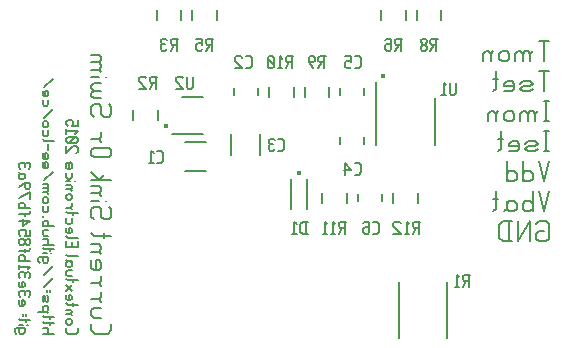
<source format=gbo>
G04 start of page 10 for group -4078 idx -4078 *
G04 Title: Current - Sink or Swim, bottomsilk *
G04 Creator: pcb 1.99z *
G04 CreationDate: Tue 14 Apr 2015 12:04:08 AM GMT UTC *
G04 For: eelco *
G04 Format: Gerber/RS-274X *
G04 PCB-Dimensions (mil): 3937.01 3937.01 *
G04 PCB-Coordinate-Origin: lower left *
%MOIN*%
%FSLAX25Y25*%
%LNBOTTOMSILK*%
%ADD90C,0.0157*%
%ADD89C,0.0081*%
%ADD88C,0.0083*%
%ADD87C,0.0079*%
G54D87*X278340Y217041D02*X280000D01*
X279170Y210401D02*Y217041D01*
X278340Y210401D02*X280000D01*
X273028D02*X275518D01*
X273028D02*X272198Y211231D01*
X273028Y212061D02*X272198Y211231D01*
X273028Y212061D02*X275518D01*
X276348Y212891D02*X275518Y212061D01*
X276348Y212891D02*X275518Y213721D01*
X273028D02*X275518D01*
X273028D02*X272198Y212891D01*
X276348Y211231D02*X275518Y210401D01*
X266886D02*X269376D01*
X270206Y211231D02*X269376Y210401D01*
X270206Y211231D02*Y212891D01*
X269376Y213721D01*
X267716D02*X269376D01*
X267716D02*X266886Y212891D01*
Y212061D02*X270206D01*
X266886D02*Y212891D01*
X264064Y211231D02*Y217041D01*
Y211231D02*X263234Y210401D01*
Y214551D02*X264894D01*
X278340Y227041D02*X280000D01*
X279170Y220401D02*Y227041D01*
X278340Y220401D02*X280000D01*
X275518D02*Y222891D01*
X274688Y223721D01*
X273858D02*X274688D01*
X273858D02*X273028Y222891D01*
Y220401D02*Y222891D01*
X272198Y223721D01*
X271368D02*X272198D01*
X271368D02*X270538Y222891D01*
Y220401D02*Y222891D01*
X276348Y223721D02*X275518Y222891D01*
X268546Y221231D02*Y222891D01*
X267716Y223721D01*
X266056D02*X267716D01*
X266056D02*X265226Y222891D01*
Y221231D02*Y222891D01*
X266056Y220401D02*X265226Y221231D01*
X266056Y220401D02*X267716D01*
X268546Y221231D02*X267716Y220401D01*
X262404D02*Y222891D01*
X261574Y223721D01*
X260744D02*X261574D01*
X260744D02*X259914Y222891D01*
Y220401D02*Y222891D01*
X263234Y223721D02*X262404Y222891D01*
X276680Y237041D02*X280000D01*
X278340Y230401D02*Y237041D01*
X271368Y230401D02*X273858D01*
X271368D02*X270538Y231231D01*
X271368Y232061D02*X270538Y231231D01*
X271368Y232061D02*X273858D01*
X274688Y232891D02*X273858Y232061D01*
X274688Y232891D02*X273858Y233721D01*
X271368D02*X273858D01*
X271368D02*X270538Y232891D01*
X274688Y231231D02*X273858Y230401D01*
X265226D02*X267716D01*
X268546Y231231D02*X267716Y230401D01*
X268546Y231231D02*Y232891D01*
X267716Y233721D01*
X266056D02*X267716D01*
X266056D02*X265226Y232891D01*
Y232061D02*X268546D01*
X265226D02*Y232891D01*
X262404Y231231D02*Y237041D01*
Y231231D02*X261574Y230401D01*
Y234551D02*X263234D01*
X276680Y247041D02*X280000D01*
X278340Y240401D02*Y247041D01*
X273858Y240401D02*Y242891D01*
X273028Y243721D01*
X272198D02*X273028D01*
X272198D02*X271368Y242891D01*
Y240401D02*Y242891D01*
X270538Y243721D01*
X269708D02*X270538D01*
X269708D02*X268878Y242891D01*
Y240401D02*Y242891D01*
X274688Y243721D02*X273858Y242891D01*
X266886Y241231D02*Y242891D01*
X266056Y243721D01*
X264396D02*X266056D01*
X264396D02*X263566Y242891D01*
Y241231D02*Y242891D01*
X264396Y240401D02*X263566Y241231D01*
X264396Y240401D02*X266056D01*
X266886Y241231D02*X266056Y240401D01*
X260744D02*Y242891D01*
X259914Y243721D01*
X259084D02*X259914D01*
X259084D02*X258254Y242891D01*
Y240401D02*Y242891D01*
X261574Y243721D02*X260744Y242891D01*
X276680Y187041D02*X275850Y186211D01*
X276680Y187041D02*X279170D01*
X280000Y186211D02*X279170Y187041D01*
X280000Y181231D02*Y186211D01*
Y181231D02*X279170Y180401D01*
X276680D02*X279170D01*
X276680D02*X275850Y181231D01*
Y182891D01*
X276680Y183721D02*X275850Y182891D01*
X276680Y183721D02*X278340D01*
X273858Y180401D02*Y187041D01*
X269708Y180401D01*
Y187041D01*
X266886Y180401D02*Y187041D01*
X264728D02*X263566Y185879D01*
Y181563D02*Y185879D01*
X264728Y180401D02*X263566Y181563D01*
X264728Y180401D02*X267716D01*
X264728Y187041D02*X267716D01*
X280000Y197041D02*X278340Y190401D01*
X276680Y197041D01*
X274688Y190401D02*Y197041D01*
Y191231D02*X273858Y190401D01*
X272198D02*X273858D01*
X272198D02*X271368Y191231D01*
Y192891D01*
X272198Y193721D02*X271368Y192891D01*
X272198Y193721D02*X273858D01*
X274688Y192891D02*X273858Y193721D01*
X266886D02*X266056Y192891D01*
X266886Y193721D02*X268546D01*
X269376Y192891D02*X268546Y193721D01*
X269376Y191231D02*Y192891D01*
Y191231D02*X268546Y190401D01*
X266056Y191231D02*Y193721D01*
Y191231D02*X265226Y190401D01*
X266886D02*X268546D01*
X266886D02*X266056Y191231D01*
X262404D02*Y197041D01*
Y191231D02*X261574Y190401D01*
Y194551D02*X263234D01*
X280000Y207041D02*X278340Y200401D01*
X276680Y207041D01*
X271368Y200401D02*Y207041D01*
X272198Y200401D02*X271368Y201231D01*
X272198Y200401D02*X273858D01*
X274688Y201231D02*X273858Y200401D01*
X274688Y201231D02*Y202891D01*
X273858Y203721D01*
X272198D02*X273858D01*
X272198D02*X271368Y202891D01*
X266056Y200401D02*Y207041D01*
X266886Y200401D02*X266056Y201231D01*
X266886Y200401D02*X268546D01*
X269376Y201231D02*X268546Y200401D01*
X269376Y201231D02*Y202891D01*
X268546Y203721D01*
X266886D02*X268546D01*
X266886D02*X266056Y202891D01*
X127527Y150768D02*Y152926D01*
X128689Y149606D02*X127527Y150768D01*
X128689Y149606D02*X133005D01*
X134167Y150768D01*
Y152926D01*
X128357Y154918D02*X130847D01*
X128357D02*X127527Y155748D01*
Y157408D01*
X128357Y158238D01*
X130847D01*
X127527Y161060D02*X130017D01*
X130847Y161890D01*
Y163550D01*
Y160230D02*X130017Y161060D01*
X127527Y166372D02*X130017D01*
X130847Y167202D01*
Y168862D01*
Y165542D02*X130017Y166372D01*
X127527Y171684D02*Y174174D01*
X128357Y170854D02*X127527Y171684D01*
X128357Y170854D02*X130017D01*
X130847Y171684D01*
Y173344D01*
X130017Y174174D01*
X129187Y170854D02*Y174174D01*
X130017D01*
X127527Y176996D02*X130017D01*
X130847Y177826D01*
Y178656D01*
X130017Y179486D01*
X127527D02*X130017D01*
X130847Y176166D02*X130017Y176996D01*
X128357Y182308D02*X134167D01*
X128357D02*X127527Y183138D01*
X131677Y181478D02*Y183138D01*
X134167Y191106D02*X133337Y191936D01*
X134167Y188616D02*Y191106D01*
X133337Y187786D02*X134167Y188616D01*
X131677Y187786D02*X133337D01*
X131677D02*X130847Y188616D01*
Y191106D01*
X130017Y191936D01*
X128357D02*X130017D01*
X127527Y191106D02*X128357Y191936D01*
X127527Y188616D02*Y191106D01*
X128357Y187786D02*X127527Y188616D01*
G54D88*X132341Y193928D02*X132507D01*
G54D87*X127527D02*X130017D01*
X127527Y196418D02*X130017D01*
X130847Y197248D01*
Y198078D01*
X130017Y198908D01*
X127527D02*X130017D01*
X130847Y195588D02*X130017Y196418D01*
X127527Y200900D02*X134167D01*
X130017D02*X127527Y203390D01*
X130017Y200900D02*X131677Y202560D01*
X128357Y208370D02*X133337D01*
X134167Y209200D01*
Y210860D01*
X133337Y211690D01*
X128357D02*X133337D01*
X127527Y210860D02*X128357Y211690D01*
X127527Y209200D02*Y210860D01*
X128357Y208370D02*X127527Y209200D01*
Y214512D02*X130017D01*
X130847Y215342D01*
Y217002D01*
Y213682D02*X130017Y214512D01*
X134167Y225302D02*X133337Y226132D01*
X134167Y222812D02*Y225302D01*
X133337Y221982D02*X134167Y222812D01*
X131677Y221982D02*X133337D01*
X131677D02*X130847Y222812D01*
Y225302D01*
X130017Y226132D01*
X128357D02*X130017D01*
X127527Y225302D02*X128357Y226132D01*
X127527Y222812D02*Y225302D01*
X128357Y221982D02*X127527Y222812D01*
X128357Y228124D02*X130847D01*
X128357D02*X127527Y228954D01*
Y229784D01*
X128357Y230614D01*
X130847D01*
X128357D02*X127527Y231444D01*
Y232274D01*
X128357Y233104D01*
X130847D01*
G54D88*X132341Y235096D02*X132507D01*
G54D87*X127527D02*X130017D01*
X127527Y237586D02*X130017D01*
X130847Y238416D01*
Y239246D01*
X130017Y240076D01*
X127527D02*X130017D01*
X130847Y240906D01*
Y241736D01*
X130017Y242566D01*
X127527D02*X130017D01*
X130847Y236756D02*X130017Y237586D01*
X119216Y150278D02*Y151526D01*
X119888Y149606D02*X119216Y150278D01*
X119888Y149606D02*X122384D01*
X123056Y150278D01*
Y151526D01*
X119696Y152678D02*X120656D01*
X121136Y153158D01*
Y154118D01*
X120656Y154598D01*
X119696D02*X120656D01*
X119216Y154118D02*X119696Y154598D01*
X119216Y153158D02*Y154118D01*
X119696Y152678D02*X119216Y153158D01*
Y156230D02*X120656D01*
X121136Y156710D01*
Y157190D01*
X120656Y157670D01*
X119216D02*X120656D01*
X121136Y155750D02*X120656Y156230D01*
X119696Y159302D02*X123056D01*
X119696D02*X119216Y159782D01*
X121616Y158822D02*Y159782D01*
X119216Y161222D02*Y162662D01*
X119696Y160742D02*X119216Y161222D01*
X119696Y160742D02*X120656D01*
X121136Y161222D01*
Y162182D01*
X120656Y162662D01*
X120176Y160742D02*Y162662D01*
X120656D01*
X121136Y163814D02*X119216Y165734D01*
Y163814D02*X121136Y165734D01*
X119696Y167366D02*X123056D01*
X119696D02*X119216Y167846D01*
X121616Y166886D02*Y167846D01*
X119696Y168806D02*X121136D01*
X119696D02*X119216Y169286D01*
Y170246D01*
X119696Y170726D01*
X121136D01*
Y173318D02*X120656Y173798D01*
X121136Y172358D02*Y173318D01*
X120656Y171878D02*X121136Y172358D01*
X119696Y171878D02*X120656D01*
X119696D02*X119216Y172358D01*
X119696Y173798D02*X121136D01*
X119696D02*X119216Y174278D01*
Y172358D02*Y173318D01*
X119696Y173798D01*
Y175430D02*X123056D01*
X119696D02*X119216Y175910D01*
X121328Y178598D02*Y180038D01*
X119216Y178598D02*Y180518D01*
Y178598D02*X123056D01*
Y180518D01*
X119696Y181670D02*X123056D01*
X119696D02*X119216Y182150D01*
Y183590D02*Y185030D01*
X119696Y183110D02*X119216Y183590D01*
X119696Y183110D02*X120656D01*
X121136Y183590D01*
Y184550D01*
X120656Y185030D01*
X120176Y183110D02*Y185030D01*
X120656D01*
X121136Y186662D02*Y188102D01*
X120656Y186182D02*X121136Y186662D01*
X119696Y186182D02*X120656D01*
X119696D02*X119216Y186662D01*
Y188102D01*
X119696Y189734D02*X123056D01*
X119696D02*X119216Y190214D01*
X121616Y189254D02*Y190214D01*
X119216Y191654D02*X120656D01*
X121136Y192134D01*
Y193094D01*
Y191174D02*X120656Y191654D01*
X119696Y194246D02*X120656D01*
X121136Y194726D01*
Y195686D01*
X120656Y196166D01*
X119696D02*X120656D01*
X119216Y195686D02*X119696Y196166D01*
X119216Y194726D02*Y195686D01*
X119696Y194246D02*X119216Y194726D01*
Y197798D02*X120656D01*
X121136Y198278D01*
Y198758D01*
X120656Y199238D01*
X119216D02*X120656D01*
X121136Y197318D02*X120656Y197798D01*
X122000Y200390D02*X122096D01*
X119216D02*X120656D01*
X121136Y201830D02*Y203270D01*
X120656Y201350D02*X121136Y201830D01*
X119696Y201350D02*X120656D01*
X119696D02*X119216Y201830D01*
Y203270D01*
Y204902D02*Y206342D01*
X119696Y206822D01*
X120176Y206342D02*X119696Y206822D01*
X120176Y204902D02*Y206342D01*
X120656Y204422D02*X120176Y204902D01*
X120656Y204422D02*X121136Y204902D01*
Y206342D01*
X120656Y206822D01*
X119696Y204422D02*X119216Y204902D01*
X122576Y209702D02*X123056Y210182D01*
Y211622D01*
X122576Y212102D01*
X121616D02*X122576D01*
X119216Y209702D02*X121616Y212102D01*
X119216Y209702D02*Y212102D01*
X119696Y213254D02*X119216Y213734D01*
X119696Y213254D02*X122576D01*
X123056Y213734D01*
Y214694D01*
X122576Y215174D01*
X119696D02*X122576D01*
X119216Y214694D02*X119696Y215174D01*
X119216Y213734D02*Y214694D01*
X120176Y213254D02*X122096Y215174D01*
X122288Y216326D02*X123056Y217094D01*
X119216D02*X123056D01*
X119216Y216326D02*Y217766D01*
X123056Y218918D02*Y220838D01*
X121136Y218918D02*X123056D01*
X121136D02*X121616Y219398D01*
Y220358D01*
X121136Y220838D01*
X119696D02*X121136D01*
X119216Y220358D02*X119696Y220838D01*
X119216Y219398D02*Y220358D01*
X119696Y218918D02*X119216Y219398D01*
X111342Y149606D02*X115182D01*
X112782D02*X113262Y150086D01*
Y151046D01*
X112782Y151526D01*
X111342D02*X112782D01*
X111822Y153158D02*X115182D01*
X111822D02*X111342Y153638D01*
X113742Y152678D02*Y153638D01*
X111822Y155078D02*X115182D01*
X111822D02*X111342Y155558D01*
X113742Y154598D02*Y155558D01*
X109902Y156998D02*X112782D01*
X113262Y156518D02*X112782Y156998D01*
X113262Y157478D01*
Y158438D01*
X112782Y158918D01*
X111822D02*X112782D01*
X111342Y158438D02*X111822Y158918D01*
X111342Y157478D02*Y158438D01*
X111822Y156998D02*X111342Y157478D01*
Y160550D02*Y161990D01*
X111822Y162470D01*
X112302Y161990D02*X111822Y162470D01*
X112302Y160550D02*Y161990D01*
X112782Y160070D02*X112302Y160550D01*
X112782Y160070D02*X113262Y160550D01*
Y161990D01*
X112782Y162470D01*
X111822Y160070D02*X111342Y160550D01*
X113742Y163622D02*Y164102D01*
X112782Y163622D02*Y164102D01*
X111822Y165254D02*X114702Y168134D01*
X111822Y169286D02*X114702Y172166D01*
X113262Y174758D02*X112782Y175238D01*
X113262Y173798D02*Y174758D01*
X112782Y173318D02*X113262Y173798D01*
X111822Y173318D02*X112782D01*
X111822D02*X111342Y173798D01*
Y174758D01*
X111822Y175238D01*
X110382Y173318D02*X109902Y173798D01*
Y174758D01*
X110382Y175238D01*
X113262D01*
X114126Y176390D02*X114222D01*
X111342D02*X112782D01*
X111822Y177830D02*X115182D01*
X111822D02*X111342Y178310D01*
X113742Y177350D02*Y178310D01*
X111342Y179270D02*X115182D01*
X112782D02*X113262Y179750D01*
Y180710D01*
X112782Y181190D01*
X111342D02*X112782D01*
X111822Y182342D02*X113262D01*
X111822D02*X111342Y182822D01*
Y183782D01*
X111822Y184262D01*
X113262D01*
X111342Y185414D02*X115182D01*
X111822D02*X111342Y185894D01*
Y186854D01*
X111822Y187334D01*
X112782D01*
X113262Y186854D02*X112782Y187334D01*
X113262Y185894D02*Y186854D01*
X112782Y185414D02*X113262Y185894D01*
X111342Y188486D02*Y188966D01*
X113262Y190598D02*Y192038D01*
X112782Y190118D02*X113262Y190598D01*
X111822Y190118D02*X112782D01*
X111822D02*X111342Y190598D01*
Y192038D01*
X111822Y193190D02*X112782D01*
X113262Y193670D01*
Y194630D01*
X112782Y195110D01*
X111822D02*X112782D01*
X111342Y194630D02*X111822Y195110D01*
X111342Y193670D02*Y194630D01*
X111822Y193190D02*X111342Y193670D01*
Y196742D02*X112782D01*
X113262Y197222D01*
Y197702D01*
X112782Y198182D01*
X111342D02*X112782D01*
X113262Y198662D01*
Y199142D01*
X112782Y199622D01*
X111342D02*X112782D01*
X113262Y196262D02*X112782Y196742D01*
X111822Y200774D02*X114702Y203654D01*
X111342Y205286D02*Y206726D01*
X111822Y204806D02*X111342Y205286D01*
X111822Y204806D02*X112782D01*
X113262Y205286D01*
Y206246D01*
X112782Y206726D01*
X112302Y204806D02*Y206726D01*
X112782D01*
X111342Y208358D02*Y209798D01*
X111822Y207878D02*X111342Y208358D01*
X111822Y207878D02*X112782D01*
X113262Y208358D01*
Y209318D01*
X112782Y209798D01*
X112302Y207878D02*Y209798D01*
X112782D01*
X113262Y210950D02*Y212870D01*
X111822Y214022D02*X115182D01*
X111822D02*X111342Y214502D01*
X113262Y215942D02*Y217382D01*
X112782Y215462D02*X113262Y215942D01*
X111822Y215462D02*X112782D01*
X111822D02*X111342Y215942D01*
Y217382D01*
X111822Y218534D02*X112782D01*
X113262Y219014D01*
Y219974D01*
X112782Y220454D01*
X111822D02*X112782D01*
X111342Y219974D02*X111822Y220454D01*
X111342Y219014D02*Y219974D01*
X111822Y218534D02*X111342Y219014D01*
X111822Y221606D02*X114702Y224486D01*
X113262Y226118D02*Y227558D01*
X112782Y225638D02*X113262Y226118D01*
X111822Y225638D02*X112782D01*
X111822D02*X111342Y226118D01*
Y227558D01*
Y229190D02*Y230630D01*
X111822Y228710D02*X111342Y229190D01*
X111822Y228710D02*X112782D01*
X113262Y229190D01*
Y230150D01*
X112782Y230630D01*
X112302Y228710D02*Y230630D01*
X112782D01*
X111822Y231782D02*X114702Y234662D01*
X105388Y151046D02*X104908Y151526D01*
X105388Y150086D02*Y151046D01*
X104908Y149606D02*X105388Y150086D01*
X103948Y149606D02*X104908D01*
X103948D02*X103468Y150086D01*
Y151046D01*
X103948Y151526D01*
X102508Y149606D02*X102028Y150086D01*
Y151046D01*
X102508Y151526D01*
X105388D01*
X106252Y152678D02*X106348D01*
X103468D02*X104908D01*
X103948Y154118D02*X107308D01*
X103948D02*X103468Y154598D01*
X105868Y153638D02*Y154598D01*
Y155558D02*Y156038D01*
X104908Y155558D02*Y156038D01*
X103468Y159398D02*Y160838D01*
X103948Y158918D02*X103468Y159398D01*
X103948Y158918D02*X104908D01*
X105388Y159398D01*
Y160358D01*
X104908Y160838D01*
X104428Y158918D02*Y160838D01*
X104908D01*
X106828Y161990D02*X107308Y162470D01*
Y163430D01*
X106828Y163910D01*
X103468Y163430D02*X103948Y163910D01*
X103468Y162470D02*Y163430D01*
X103948Y161990D02*X103468Y162470D01*
X105580D02*Y163430D01*
X106060Y163910D02*X106828D01*
X103948D02*X105100D01*
X105580Y163430D01*
X106060Y163910D02*X105580Y163430D01*
X103468Y165542D02*Y166982D01*
X103948Y165062D02*X103468Y165542D01*
X103948Y165062D02*X104908D01*
X105388Y165542D01*
Y166502D01*
X104908Y166982D01*
X104428Y165062D02*Y166982D01*
X104908D01*
X106828Y168134D02*X107308Y168614D01*
Y169574D01*
X106828Y170054D01*
X103468Y169574D02*X103948Y170054D01*
X103468Y168614D02*Y169574D01*
X103948Y168134D02*X103468Y168614D01*
X105580D02*Y169574D01*
X106060Y170054D02*X106828D01*
X103948D02*X105100D01*
X105580Y169574D01*
X106060Y170054D02*X105580Y169574D01*
X106540Y171206D02*X107308Y171974D01*
X103468D02*X107308D01*
X103468Y171206D02*Y172646D01*
Y173798D02*X107308D01*
X103948D02*X103468Y174278D01*
Y175238D01*
X103948Y175718D01*
X104908D01*
X105388Y175238D02*X104908Y175718D01*
X105388Y174278D02*Y175238D01*
X104908Y173798D02*X105388Y174278D01*
X103468Y177350D02*X106828D01*
X107308Y177830D01*
Y178310D01*
X105388Y176870D02*Y177830D01*
X103948Y179270D02*X103468Y179750D01*
X103948Y179270D02*X104716D01*
X105388Y179942D01*
Y180518D01*
X104716Y181190D01*
X103948D02*X104716D01*
X103468Y180710D02*X103948Y181190D01*
X103468Y179750D02*Y180710D01*
X106060Y179270D02*X105388Y179942D01*
X106060Y179270D02*X106828D01*
X107308Y179750D01*
Y180710D01*
X106828Y181190D01*
X106060D02*X106828D01*
X105388Y180518D02*X106060Y181190D01*
X107308Y182342D02*Y184262D01*
X105388Y182342D02*X107308D01*
X105388D02*X105868Y182822D01*
Y183782D01*
X105388Y184262D01*
X103948D02*X105388D01*
X103468Y183782D02*X103948Y184262D01*
X103468Y182822D02*Y183782D01*
X103948Y182342D02*X103468Y182822D01*
X104908Y185414D02*X107308Y187334D01*
X104908Y185414D02*Y187814D01*
X103468Y187334D02*X107308D01*
X103468Y189446D02*X106828D01*
X107308Y189926D01*
Y190406D01*
X105388Y188966D02*Y189926D01*
X103468Y191366D02*X107308D01*
X103948D02*X103468Y191846D01*
Y192806D01*
X103948Y193286D01*
X104908D01*
X105388Y192806D02*X104908Y193286D01*
X105388Y191846D02*Y192806D01*
X104908Y191366D02*X105388Y191846D01*
X103468Y194918D02*X107308Y196838D01*
Y194438D02*Y196838D01*
X103468Y198470D02*X105388Y199910D01*
X106828D01*
X107308Y199430D02*X106828Y199910D01*
X107308Y198470D02*Y199430D01*
X106828Y197990D02*X107308Y198470D01*
X105868Y197990D02*X106828D01*
X105868D02*X105388Y198470D01*
Y199910D01*
Y202502D02*X104908Y202982D01*
X105388Y201542D02*Y202502D01*
X104908Y201062D02*X105388Y201542D01*
X103948Y201062D02*X104908D01*
X103948D02*X103468Y201542D01*
X103948Y202982D02*X105388D01*
X103948D02*X103468Y203462D01*
Y201542D02*Y202502D01*
X103948Y202982D01*
X106828Y204614D02*X107308Y205094D01*
Y206054D01*
X106828Y206534D01*
X103468Y206054D02*X103948Y206534D01*
X103468Y205094D02*Y206054D01*
X103948Y204614D02*X103468Y205094D01*
X105580D02*Y206054D01*
X106060Y206534D02*X106828D01*
X103948D02*X105100D01*
X105580Y206054D01*
X106060Y206534D02*X105580Y206054D01*
G54D89*X149488Y257598D02*Y254213D01*
X157598Y257598D02*Y254213D01*
X169409Y257598D02*Y254213D01*
X161299Y257598D02*Y254213D01*
X224291Y257598D02*Y254213D01*
X232402Y257598D02*Y254213D01*
X244213Y257598D02*Y254213D01*
X236102Y257598D02*Y254213D01*
X210512Y231496D02*Y229134D01*
X218622Y231496D02*Y229134D01*
X222402Y233661D02*Y228346D01*
X242165D02*Y212598D01*
X222402Y228346D02*Y212598D01*
G54D90*X224764Y235630D03*
G54D89*X236339Y196575D02*Y193189D01*
X228228Y196575D02*Y193189D01*
X212717Y196575D02*Y193189D01*
X204606Y196575D02*Y193189D01*
X158937Y213504D02*X165866D01*
X158937Y203819D02*X165866D01*
X246260Y166929D02*Y148031D01*
X230118Y166929D02*Y148031D01*
X199528Y198425D02*Y191339D01*
X194173Y198425D02*Y191339D01*
Y201260D02*Y198425D01*
X199528Y201260D02*Y198425D01*
G54D90*X196850Y203268D03*
G54D89*X210512Y215256D02*Y212894D01*
X218622Y215256D02*Y212894D01*
X224528Y196063D02*Y193701D01*
X216417Y196063D02*Y193701D01*
X186890Y232008D02*Y228622D01*
X195000Y232008D02*Y228622D01*
X206811Y232008D02*Y228622D01*
X198701Y232008D02*Y228622D01*
X183976Y216161D02*Y209232D01*
X174291Y216161D02*Y209232D01*
X175079Y231496D02*Y229134D01*
X183189Y231496D02*Y229134D01*
X154528Y216339D02*X157953D01*
Y228543D02*X164882D01*
X157953Y216339D02*X164882D01*
G54D90*X152559Y218701D03*
G54D89*X141614Y224134D02*Y220748D01*
X149724Y224134D02*Y220748D01*
G54D87*X251937Y169276D02*X253937D01*
X251937D02*X251437Y168776D01*
Y167776D02*Y168776D01*
X251937Y167276D02*X251437Y167776D01*
X251937Y167276D02*X253437D01*
Y165276D02*Y169276D01*
X252637Y167276D02*X251437Y165276D01*
X250237Y168476D02*X249437Y169276D01*
Y165276D02*Y169276D01*
X248737Y165276D02*X250237D01*
X229299Y248016D02*X231299D01*
X229299D02*X228799Y247516D01*
Y246516D02*Y247516D01*
X229299Y246016D02*X228799Y246516D01*
X229299Y246016D02*X230799D01*
Y244016D02*Y248016D01*
X229999Y246016D02*X228799Y244016D01*
X226099Y248016D02*X225599Y247516D01*
X226099Y248016D02*X227099D01*
X227599Y247516D02*X227099Y248016D01*
X227599Y244516D02*Y247516D01*
Y244516D02*X227099Y244016D01*
X226099Y246216D02*X225599Y245716D01*
X226099Y246216D02*X227599D01*
X226099Y244016D02*X227099D01*
X226099D02*X225599Y244516D01*
Y245716D01*
X241110Y248016D02*X243110D01*
X241110D02*X240610Y247516D01*
Y246516D02*Y247516D01*
X241110Y246016D02*X240610Y246516D01*
X241110Y246016D02*X242610D01*
Y244016D02*Y248016D01*
X241810Y246016D02*X240610Y244016D01*
X239410Y244516D02*X238910Y244016D01*
X239410Y244516D02*Y245316D01*
X238710Y246016D01*
X238110D02*X238710D01*
X238110D02*X237410Y245316D01*
Y244516D02*Y245316D01*
X237910Y244016D02*X237410Y244516D01*
X237910Y244016D02*X238910D01*
X239410Y246716D02*X238710Y246016D01*
X239410Y246716D02*Y247516D01*
X238910Y248016D01*
X237910D02*X238910D01*
X237910D02*X237410Y247516D01*
Y246716D02*Y247516D01*
X238110Y246016D02*X237410Y246716D01*
X235205Y186992D02*X237205D01*
X235205D02*X234705Y186492D01*
Y185492D02*Y186492D01*
X235205Y184992D02*X234705Y185492D01*
X235205Y184992D02*X236705D01*
Y182992D02*Y186992D01*
X235905Y184992D02*X234705Y182992D01*
X233505Y186192D02*X232705Y186992D01*
Y182992D02*Y186992D01*
X232005Y182992D02*X233505D01*
X230805Y186492D02*X230305Y186992D01*
X228805D02*X230305D01*
X228805D02*X228305Y186492D01*
Y185492D02*Y186492D01*
X230805Y182992D02*X228305Y185492D01*
Y182992D02*X230805D01*
X249016Y229752D02*Y233252D01*
Y229752D02*X248516Y229252D01*
X247516D02*X248516D01*
X247516D02*X247016Y229752D01*
Y233252D01*
X245816Y232452D02*X245016Y233252D01*
Y229252D02*Y233252D01*
X244316Y229252D02*X245816D01*
X154496Y248016D02*X156496D01*
X154496D02*X153996Y247516D01*
Y246516D02*Y247516D01*
X154496Y246016D02*X153996Y246516D01*
X154496Y246016D02*X155996D01*
Y244016D02*Y248016D01*
X155196Y246016D02*X153996Y244016D01*
X152796Y247516D02*X152296Y248016D01*
X151296D02*X152296D01*
X151296D02*X150796Y247516D01*
X151296Y244016D02*X150796Y244516D01*
X151296Y244016D02*X152296D01*
X152796Y244516D02*X152296Y244016D01*
X151296Y246216D02*X152296D01*
X150796Y246716D02*Y247516D01*
Y244516D02*Y245716D01*
X151296Y246216D01*
X150796Y246716D02*X151296Y246216D01*
X166307Y248016D02*X168307D01*
X166307D02*X165807Y247516D01*
Y246516D02*Y247516D01*
X166307Y246016D02*X165807Y246516D01*
X166307Y246016D02*X167807D01*
Y244016D02*Y248016D01*
X167007Y246016D02*X165807Y244016D01*
X162607Y248016D02*X164607D01*
Y246016D02*Y248016D01*
Y246016D02*X164107Y246516D01*
X163107D02*X164107D01*
X163107D02*X162607Y246016D01*
Y244516D02*Y246016D01*
X163107Y244016D02*X162607Y244516D01*
X163107Y244016D02*X164107D01*
X164607Y244516D02*X164107Y244016D01*
X161417Y231720D02*Y235220D01*
Y231720D02*X160917Y231220D01*
X159917D02*X160917D01*
X159917D02*X159417Y231720D01*
Y235220D01*
X158217Y234720D02*X157717Y235220D01*
X156217D02*X157717D01*
X156217D02*X155717Y234720D01*
Y233720D02*Y234720D01*
X158217Y231220D02*X155717Y233720D01*
Y231220D02*X158217D01*
X149575Y206614D02*X150875D01*
X151575Y207314D02*X150875Y206614D01*
X151575Y207314D02*Y209914D01*
X150875Y210614D01*
X149575D02*X150875D01*
X148375Y209814D02*X147575Y210614D01*
Y206614D02*Y210614D01*
X146875Y206614D02*X148375D01*
X179102Y238110D02*X180402D01*
X181102Y238810D02*X180402Y238110D01*
X181102Y238810D02*Y241410D01*
X180402Y242110D01*
X179102D02*X180402D01*
X177902Y241610D02*X177402Y242110D01*
X175902D02*X177402D01*
X175902D02*X175402Y241610D01*
Y240610D02*Y241610D01*
X177902Y238110D02*X175402Y240610D01*
Y238110D02*X177902D01*
X147606Y235220D02*X149606D01*
X147606D02*X147106Y234720D01*
Y233720D02*Y234720D01*
X147606Y233220D02*X147106Y233720D01*
X147606Y233220D02*X149106D01*
Y231220D02*Y235220D01*
X148306Y233220D02*X147106Y231220D01*
X145906Y234720D02*X145406Y235220D01*
X143906D02*X145406D01*
X143906D02*X143406Y234720D01*
Y233720D02*Y234720D01*
X145906Y231220D02*X143406Y233720D01*
Y231220D02*X145906D01*
X192882Y242110D02*X194882D01*
X192882D02*X192382Y241610D01*
Y240610D02*Y241610D01*
X192882Y240110D02*X192382Y240610D01*
X192882Y240110D02*X194382D01*
Y238110D02*Y242110D01*
X193582Y240110D02*X192382Y238110D01*
X191182Y241310D02*X190382Y242110D01*
Y238110D02*Y242110D01*
X189682Y238110D02*X191182D01*
X188482Y238610D02*X187982Y238110D01*
X188482Y238610D02*Y241610D01*
X187982Y242110D01*
X186982D02*X187982D01*
X186982D02*X186482Y241610D01*
Y238610D02*Y241610D01*
X186982Y238110D02*X186482Y238610D01*
X186982Y238110D02*X187982D01*
X188482Y239110D02*X186482Y241110D01*
X203709Y242110D02*X205709D01*
X203709D02*X203209Y241610D01*
Y240610D02*Y241610D01*
X203709Y240110D02*X203209Y240610D01*
X203709Y240110D02*X205209D01*
Y238110D02*Y242110D01*
X204409Y240110D02*X203209Y238110D01*
X201509D02*X200009Y240110D01*
Y241610D01*
X200509Y242110D02*X200009Y241610D01*
X200509Y242110D02*X201509D01*
X202009Y241610D02*X201509Y242110D01*
X202009Y240610D02*Y241610D01*
Y240610D02*X201509Y240110D01*
X200009D02*X201509D01*
X215520Y238110D02*X216820D01*
X217520Y238810D02*X216820Y238110D01*
X217520Y238810D02*Y241410D01*
X216820Y242110D01*
X215520D02*X216820D01*
X212320D02*X214320D01*
Y240110D02*Y242110D01*
Y240110D02*X213820Y240610D01*
X212820D02*X213820D01*
X212820D02*X212320Y240110D01*
Y238610D02*Y240110D01*
X212820Y238110D02*X212320Y238610D01*
X212820Y238110D02*X213820D01*
X214320Y238610D02*X213820Y238110D01*
X221425Y182992D02*X222725D01*
X223425Y183692D02*X222725Y182992D01*
X223425Y183692D02*Y186292D01*
X222725Y186992D01*
X221425D02*X222725D01*
X218725D02*X218225Y186492D01*
X218725Y186992D02*X219725D01*
X220225Y186492D02*X219725Y186992D01*
X220225Y183492D02*Y186492D01*
Y183492D02*X219725Y182992D01*
X218725Y185192D02*X218225Y184692D01*
X218725Y185192D02*X220225D01*
X218725Y182992D02*X219725D01*
X218725D02*X218225Y183492D01*
Y184692D01*
X199303Y182992D02*Y186992D01*
X198003D02*X197303Y186292D01*
Y183692D02*Y186292D01*
X198003Y182992D02*X197303Y183692D01*
X198003Y182992D02*X199803D01*
X198003Y186992D02*X199803D01*
X196103Y186192D02*X195303Y186992D01*
Y182992D02*Y186992D01*
X194603Y182992D02*X196103D01*
X189929Y210551D02*X191229D01*
X191929Y211251D02*X191229Y210551D01*
X191929Y211251D02*Y213851D01*
X191229Y214551D01*
X189929D02*X191229D01*
X188729Y214051D02*X188229Y214551D01*
X187229D02*X188229D01*
X187229D02*X186729Y214051D01*
X187229Y210551D02*X186729Y211051D01*
X187229Y210551D02*X188229D01*
X188729Y211051D02*X188229Y210551D01*
X187229Y212751D02*X188229D01*
X186729Y213251D02*Y214051D01*
Y211051D02*Y212251D01*
X187229Y212751D01*
X186729Y213251D02*X187229Y212751D01*
X215520Y202677D02*X216820D01*
X217520Y203377D02*X216820Y202677D01*
X217520Y203377D02*Y205977D01*
X216820Y206677D01*
X215520D02*X216820D01*
X214320Y204177D02*X212320Y206677D01*
X211820Y204177D02*X214320D01*
X212320Y202677D02*Y206677D01*
X210598Y186992D02*X212598D01*
X210598D02*X210098Y186492D01*
Y185492D02*Y186492D01*
X210598Y184992D02*X210098Y185492D01*
X210598Y184992D02*X212098D01*
Y182992D02*Y186992D01*
X211298Y184992D02*X210098Y182992D01*
X208898Y186192D02*X208098Y186992D01*
Y182992D02*Y186992D01*
X207398Y182992D02*X208898D01*
X206198Y186192D02*X205398Y186992D01*
Y182992D02*Y186992D01*
X204698Y182992D02*X206198D01*
M02*

</source>
